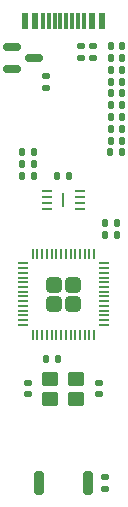
<source format=gbr>
%TF.GenerationSoftware,KiCad,Pcbnew,9.0.6*%
%TF.CreationDate,2025-11-29T15:25:02+01:00*%
%TF.ProjectId,rp2040-dev-board,72703230-3430-42d6-9465-762d626f6172,rev?*%
%TF.SameCoordinates,Original*%
%TF.FileFunction,Paste,Top*%
%TF.FilePolarity,Positive*%
%FSLAX46Y46*%
G04 Gerber Fmt 4.6, Leading zero omitted, Abs format (unit mm)*
G04 Created by KiCad (PCBNEW 9.0.6) date 2025-11-29 15:25:02*
%MOMM*%
%LPD*%
G01*
G04 APERTURE LIST*
G04 Aperture macros list*
%AMRoundRect*
0 Rectangle with rounded corners*
0 $1 Rounding radius*
0 $2 $3 $4 $5 $6 $7 $8 $9 X,Y pos of 4 corners*
0 Add a 4 corners polygon primitive as box body*
4,1,4,$2,$3,$4,$5,$6,$7,$8,$9,$2,$3,0*
0 Add four circle primitives for the rounded corners*
1,1,$1+$1,$2,$3*
1,1,$1+$1,$4,$5*
1,1,$1+$1,$6,$7*
1,1,$1+$1,$8,$9*
0 Add four rect primitives between the rounded corners*
20,1,$1+$1,$2,$3,$4,$5,0*
20,1,$1+$1,$4,$5,$6,$7,0*
20,1,$1+$1,$6,$7,$8,$9,0*
20,1,$1+$1,$8,$9,$2,$3,0*%
G04 Aperture macros list end*
%ADD10R,0.600000X1.450000*%
%ADD11R,0.300000X1.450000*%
%ADD12RoundRect,0.135000X0.135000X0.185000X-0.135000X0.185000X-0.135000X-0.185000X0.135000X-0.185000X0*%
%ADD13RoundRect,0.140000X0.140000X0.170000X-0.140000X0.170000X-0.140000X-0.170000X0.140000X-0.170000X0*%
%ADD14RoundRect,0.135000X0.185000X-0.135000X0.185000X0.135000X-0.185000X0.135000X-0.185000X-0.135000X0*%
%ADD15RoundRect,0.140000X-0.170000X0.140000X-0.170000X-0.140000X0.170000X-0.140000X0.170000X0.140000X0*%
%ADD16RoundRect,0.150000X-0.587500X-0.150000X0.587500X-0.150000X0.587500X0.150000X-0.587500X0.150000X0*%
%ADD17RoundRect,0.040000X-0.040000X-0.605000X0.040000X-0.605000X0.040000X0.605000X-0.040000X0.605000X0*%
%ADD18RoundRect,0.062500X-0.387500X-0.062500X0.387500X-0.062500X0.387500X0.062500X-0.387500X0.062500X0*%
%ADD19RoundRect,0.135000X-0.135000X-0.185000X0.135000X-0.185000X0.135000X0.185000X-0.135000X0.185000X0*%
%ADD20RoundRect,0.249999X-0.395001X-0.395001X0.395001X-0.395001X0.395001X0.395001X-0.395001X0.395001X0*%
%ADD21RoundRect,0.050000X-0.387500X-0.050000X0.387500X-0.050000X0.387500X0.050000X-0.387500X0.050000X0*%
%ADD22RoundRect,0.050000X-0.050000X-0.387500X0.050000X-0.387500X0.050000X0.387500X-0.050000X0.387500X0*%
%ADD23RoundRect,0.135000X-0.185000X0.135000X-0.185000X-0.135000X0.185000X-0.135000X0.185000X0.135000X0*%
%ADD24RoundRect,0.140000X0.170000X-0.140000X0.170000X0.140000X-0.170000X0.140000X-0.170000X-0.140000X0*%
%ADD25RoundRect,0.250000X-0.450000X-0.350000X0.450000X-0.350000X0.450000X0.350000X-0.450000X0.350000X0*%
%ADD26RoundRect,0.200000X-0.200000X-0.800000X0.200000X-0.800000X0.200000X0.800000X-0.200000X0.800000X0*%
G04 APERTURE END LIST*
D10*
%TO.C,J1*%
X134250000Y-67845000D03*
X133450000Y-67845000D03*
D11*
X132250000Y-67845000D03*
X131250000Y-67845000D03*
X130750000Y-67845000D03*
X129750000Y-67845000D03*
D10*
X128550000Y-67845000D03*
X127750000Y-67845000D03*
X127750000Y-67845000D03*
X128550000Y-67845000D03*
D11*
X129250000Y-67845000D03*
X130250000Y-67845000D03*
X131750000Y-67845000D03*
X132750000Y-67845000D03*
D10*
X133450000Y-67845000D03*
X134250000Y-67845000D03*
%TD*%
D12*
%TO.C,R4*%
X135510000Y-85970000D03*
X134490000Y-85970000D03*
%TD*%
D13*
%TO.C,C14*%
X135960000Y-70000000D03*
X135000000Y-70000000D03*
%TD*%
%TO.C,C1*%
X135960000Y-74000000D03*
X135000000Y-74000000D03*
%TD*%
D14*
%TO.C,R1*%
X132500000Y-71010000D03*
X132500000Y-69990000D03*
%TD*%
%TO.C,R7*%
X134500000Y-107510000D03*
X134500000Y-106490000D03*
%TD*%
D13*
%TO.C,C5*%
X135960000Y-77000000D03*
X135000000Y-77000000D03*
%TD*%
D15*
%TO.C,C13*%
X133500000Y-70020000D03*
X133500000Y-70980000D03*
%TD*%
D16*
%TO.C,U2*%
X126625000Y-70050000D03*
X126625000Y-71950000D03*
X128500000Y-71000000D03*
%TD*%
D13*
%TO.C,C4*%
X135960000Y-71000000D03*
X135000000Y-71000000D03*
%TD*%
D17*
%TO.C,U3*%
X131000000Y-83000000D03*
D18*
X129575000Y-82250000D03*
X129575000Y-82750000D03*
X129575000Y-83250000D03*
X129575000Y-83750000D03*
X132425000Y-83750000D03*
X132425000Y-83250000D03*
X132425000Y-82750000D03*
X132425000Y-82250000D03*
%TD*%
D12*
%TO.C,R6*%
X131510000Y-81000000D03*
X130490000Y-81000000D03*
%TD*%
%TO.C,R3*%
X135510000Y-84970000D03*
X134490000Y-84970000D03*
%TD*%
D19*
%TO.C,R5*%
X129490000Y-96500000D03*
X130510000Y-96500000D03*
%TD*%
D13*
%TO.C,C2*%
X135960000Y-73030000D03*
X135000000Y-73030000D03*
%TD*%
%TO.C,C9*%
X135940000Y-79000000D03*
X134980000Y-79000000D03*
%TD*%
%TO.C,C6*%
X135960000Y-76000000D03*
X135000000Y-76000000D03*
%TD*%
%TO.C,C12*%
X128480000Y-79000000D03*
X127520000Y-79000000D03*
%TD*%
D20*
%TO.C,U1*%
X130200000Y-90200000D03*
X130200000Y-91800000D03*
X131800000Y-90200000D03*
X131800000Y-91800000D03*
D21*
X127562500Y-88400000D03*
X127562500Y-88800000D03*
X127562500Y-89200000D03*
X127562500Y-89600000D03*
X127562500Y-90000000D03*
X127562500Y-90400000D03*
X127562500Y-90800000D03*
X127562500Y-91200000D03*
X127562500Y-91600000D03*
X127562500Y-92000000D03*
X127562500Y-92400000D03*
X127562500Y-92800000D03*
X127562500Y-93200000D03*
X127562500Y-93600000D03*
D22*
X128400000Y-94437500D03*
X128800000Y-94437500D03*
X129200000Y-94437500D03*
X129600000Y-94437500D03*
X130000000Y-94437500D03*
X130400000Y-94437500D03*
X130800000Y-94437500D03*
X131200000Y-94437500D03*
X131600000Y-94437500D03*
X132000000Y-94437500D03*
X132400000Y-94437500D03*
X132800000Y-94437500D03*
X133200000Y-94437500D03*
X133600000Y-94437500D03*
D21*
X134437500Y-93600000D03*
X134437500Y-93200000D03*
X134437500Y-92800000D03*
X134437500Y-92400000D03*
X134437500Y-92000000D03*
X134437500Y-91600000D03*
X134437500Y-91200000D03*
X134437500Y-90800000D03*
X134437500Y-90400000D03*
X134437500Y-90000000D03*
X134437500Y-89600000D03*
X134437500Y-89200000D03*
X134437500Y-88800000D03*
X134437500Y-88400000D03*
D22*
X133600000Y-87562500D03*
X133200000Y-87562500D03*
X132800000Y-87562500D03*
X132400000Y-87562500D03*
X132000000Y-87562500D03*
X131600000Y-87562500D03*
X131200000Y-87562500D03*
X130800000Y-87562500D03*
X130400000Y-87562500D03*
X130000000Y-87562500D03*
X129600000Y-87562500D03*
X129200000Y-87562500D03*
X128800000Y-87562500D03*
X128400000Y-87562500D03*
%TD*%
D13*
%TO.C,C7*%
X135960000Y-75000000D03*
X135000000Y-75000000D03*
%TD*%
D23*
%TO.C,R2*%
X129500000Y-72490000D03*
X129500000Y-73510000D03*
%TD*%
D13*
%TO.C,C8*%
X135960000Y-78000000D03*
X135000000Y-78000000D03*
%TD*%
D24*
%TO.C,C16*%
X128000000Y-99480000D03*
X128000000Y-98520000D03*
%TD*%
D25*
%TO.C,Y1*%
X129900000Y-99850000D03*
X132100000Y-99850000D03*
X132100000Y-98150000D03*
X129900000Y-98150000D03*
%TD*%
D26*
%TO.C,SW1*%
X128900000Y-107000000D03*
X133100000Y-107000000D03*
%TD*%
D13*
%TO.C,C3*%
X135960000Y-72000000D03*
X135000000Y-72000000D03*
%TD*%
%TO.C,C10*%
X128480000Y-81000000D03*
X127520000Y-81000000D03*
%TD*%
%TO.C,C11*%
X128480000Y-80000000D03*
X127520000Y-80000000D03*
%TD*%
D24*
%TO.C,C15*%
X134000000Y-99460000D03*
X134000000Y-98500000D03*
%TD*%
M02*

</source>
